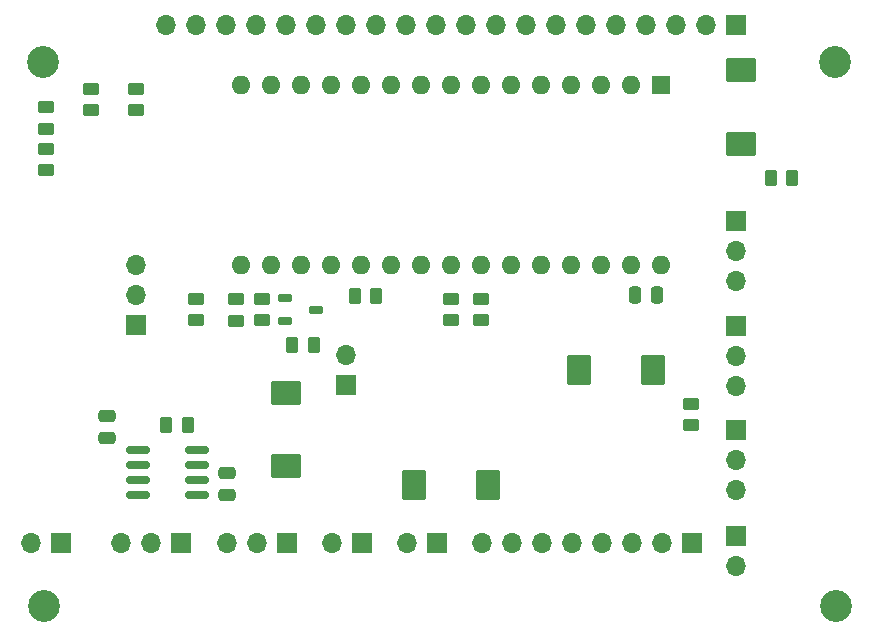
<source format=gbr>
%TF.GenerationSoftware,KiCad,Pcbnew,8.0.4*%
%TF.CreationDate,2025-01-29T09:39:19+01:00*%
%TF.ProjectId,DA_Sender,44415f53-656e-4646-9572-2e6b69636164,rev?*%
%TF.SameCoordinates,Original*%
%TF.FileFunction,Soldermask,Top*%
%TF.FilePolarity,Negative*%
%FSLAX46Y46*%
G04 Gerber Fmt 4.6, Leading zero omitted, Abs format (unit mm)*
G04 Created by KiCad (PCBNEW 8.0.4) date 2025-01-29 09:39:19*
%MOMM*%
%LPD*%
G01*
G04 APERTURE LIST*
G04 Aperture macros list*
%AMRoundRect*
0 Rectangle with rounded corners*
0 $1 Rounding radius*
0 $2 $3 $4 $5 $6 $7 $8 $9 X,Y pos of 4 corners*
0 Add a 4 corners polygon primitive as box body*
4,1,4,$2,$3,$4,$5,$6,$7,$8,$9,$2,$3,0*
0 Add four circle primitives for the rounded corners*
1,1,$1+$1,$2,$3*
1,1,$1+$1,$4,$5*
1,1,$1+$1,$6,$7*
1,1,$1+$1,$8,$9*
0 Add four rect primitives between the rounded corners*
20,1,$1+$1,$2,$3,$4,$5,0*
20,1,$1+$1,$4,$5,$6,$7,0*
20,1,$1+$1,$6,$7,$8,$9,0*
20,1,$1+$1,$8,$9,$2,$3,0*%
G04 Aperture macros list end*
%ADD10RoundRect,0.250000X0.450000X-0.262500X0.450000X0.262500X-0.450000X0.262500X-0.450000X-0.262500X0*%
%ADD11RoundRect,0.250000X0.475000X-0.250000X0.475000X0.250000X-0.475000X0.250000X-0.475000X-0.250000X0*%
%ADD12RoundRect,0.250000X0.787500X1.025000X-0.787500X1.025000X-0.787500X-1.025000X0.787500X-1.025000X0*%
%ADD13RoundRect,0.250000X-0.450000X0.262500X-0.450000X-0.262500X0.450000X-0.262500X0.450000X0.262500X0*%
%ADD14RoundRect,0.250000X-0.262500X-0.450000X0.262500X-0.450000X0.262500X0.450000X-0.262500X0.450000X0*%
%ADD15C,2.700000*%
%ADD16R,1.700000X1.700000*%
%ADD17O,1.700000X1.700000*%
%ADD18R,1.600000X1.600000*%
%ADD19O,1.600000X1.600000*%
%ADD20RoundRect,0.162500X-0.447500X-0.162500X0.447500X-0.162500X0.447500X0.162500X-0.447500X0.162500X0*%
%ADD21RoundRect,0.250000X-1.025000X0.787500X-1.025000X-0.787500X1.025000X-0.787500X1.025000X0.787500X0*%
%ADD22RoundRect,0.250000X0.262500X0.450000X-0.262500X0.450000X-0.262500X-0.450000X0.262500X-0.450000X0*%
%ADD23RoundRect,0.150000X0.825000X0.150000X-0.825000X0.150000X-0.825000X-0.150000X0.825000X-0.150000X0*%
%ADD24RoundRect,0.250000X0.250000X0.475000X-0.250000X0.475000X-0.250000X-0.475000X0.250000X-0.475000X0*%
G04 APERTURE END LIST*
D10*
%TO.C,R4*%
X123190000Y-78382500D03*
X123190000Y-76557500D03*
%TD*%
D11*
%TO.C,C3*%
X130946565Y-110976808D03*
X130946565Y-109076808D03*
%TD*%
D12*
%TO.C,C6*%
X152972500Y-110103448D03*
X146747500Y-110103448D03*
%TD*%
D13*
%TO.C,R11*%
X128270000Y-94343191D03*
X128270000Y-96168191D03*
%TD*%
D14*
%TO.C,R12*%
X141730897Y-94060870D03*
X143555897Y-94060870D03*
%TD*%
D15*
%TO.C,J7*%
X182460095Y-120324362D03*
%TD*%
D16*
%TO.C,SW3*%
X123190000Y-96520000D03*
D17*
X123190000Y-93980000D03*
X123190000Y-91440000D03*
%TD*%
D16*
%TO.C,J4*%
X116845000Y-115005000D03*
D17*
X114305000Y-115005000D03*
%TD*%
D15*
%TO.C,J9*%
X115375333Y-74260901D03*
%TD*%
D17*
%TO.C,J2*%
X139795136Y-115025684D03*
D16*
X142335136Y-115025684D03*
%TD*%
D18*
%TO.C,A1*%
X167640000Y-76200000D03*
D19*
X165100000Y-76200000D03*
X162560000Y-76200000D03*
X160020000Y-76200000D03*
X157480000Y-76200000D03*
X154940000Y-76200000D03*
X152400000Y-76200000D03*
X149860000Y-76200000D03*
X147320000Y-76200000D03*
X144780000Y-76200000D03*
X142240000Y-76200000D03*
X139700000Y-76200000D03*
X137160000Y-76200000D03*
X134620000Y-76200000D03*
X132080000Y-76200000D03*
X132080000Y-91440000D03*
X134620000Y-91440000D03*
X137160000Y-91440000D03*
X139700000Y-91440000D03*
X142240000Y-91440000D03*
X144780000Y-91440000D03*
X147320000Y-91440000D03*
X149860000Y-91440000D03*
X152400000Y-91440000D03*
X154940000Y-91440000D03*
X157480000Y-91440000D03*
X160020000Y-91440000D03*
X162560000Y-91440000D03*
X165100000Y-91440000D03*
X167640000Y-91440000D03*
%TD*%
D20*
%TO.C,Q1*%
X135850000Y-94300000D03*
X135850000Y-96200000D03*
X138470000Y-95250000D03*
%TD*%
D15*
%TO.C,J8*%
X182433056Y-74294522D03*
%TD*%
D13*
%TO.C,R3*%
X149860000Y-94337500D03*
X149860000Y-96162500D03*
%TD*%
D15*
%TO.C,J6*%
X115412964Y-120331118D03*
%TD*%
D13*
%TO.C,R2*%
X152400000Y-94337500D03*
X152400000Y-96162500D03*
%TD*%
D21*
%TO.C,C7*%
X174458202Y-74961452D03*
X174458202Y-81186452D03*
%TD*%
D22*
%TO.C,R13*%
X138282029Y-98283599D03*
X136457029Y-98283599D03*
%TD*%
D13*
%TO.C,R10*%
X131694050Y-94391482D03*
X131694050Y-96216482D03*
%TD*%
D16*
%TO.C,SW5*%
X148685136Y-115025684D03*
D17*
X146145136Y-115025684D03*
%TD*%
D10*
%TO.C,R9*%
X170180000Y-105052500D03*
X170180000Y-103227500D03*
%TD*%
D16*
%TO.C,SW1*%
X174050720Y-105425000D03*
D17*
X174050720Y-107965000D03*
X174050720Y-110505000D03*
%TD*%
D23*
%TO.C,U1*%
X128341565Y-110918464D03*
X128341565Y-109648464D03*
X128341565Y-108378464D03*
X128341565Y-107108464D03*
X123391565Y-107108464D03*
X123391565Y-108378464D03*
X123391565Y-109648464D03*
X123391565Y-110918464D03*
%TD*%
D13*
%TO.C,R14*%
X133884585Y-94309664D03*
X133884585Y-96134664D03*
%TD*%
D10*
%TO.C,R7*%
X115616656Y-79960430D03*
X115616656Y-78135430D03*
%TD*%
D11*
%TO.C,C1*%
X120721565Y-106153464D03*
X120721565Y-104253464D03*
%TD*%
D10*
%TO.C,R6*%
X115570000Y-83462500D03*
X115570000Y-81637500D03*
%TD*%
D14*
%TO.C,R8*%
X176961760Y-84068015D03*
X178786760Y-84068015D03*
%TD*%
D16*
%TO.C,RV2*%
X174015748Y-96624041D03*
D17*
X174015748Y-99164041D03*
X174015748Y-101704041D03*
%TD*%
D21*
%TO.C,C4*%
X135890000Y-102297500D03*
X135890000Y-108522500D03*
%TD*%
D24*
%TO.C,C5*%
X167320000Y-93980000D03*
X165420000Y-93980000D03*
%TD*%
D16*
%TO.C,J5*%
X140970000Y-101600000D03*
D17*
X140970000Y-99060000D03*
%TD*%
D16*
%TO.C,SW6*%
X173990000Y-114389041D03*
D17*
X173990000Y-116929041D03*
%TD*%
D16*
%TO.C,J3*%
X173990000Y-71120000D03*
D17*
X171450000Y-71120000D03*
X168910000Y-71120000D03*
X166370000Y-71120000D03*
X163830000Y-71120000D03*
X161290000Y-71120000D03*
X158750000Y-71120000D03*
X156210000Y-71120000D03*
X153670000Y-71120000D03*
X151130000Y-71120000D03*
X148590000Y-71120000D03*
X146050000Y-71120000D03*
X143510000Y-71120000D03*
X140970000Y-71120000D03*
X138430000Y-71120000D03*
X135890000Y-71120000D03*
X133350000Y-71120000D03*
X130810000Y-71120000D03*
X128270000Y-71120000D03*
X125730000Y-71120000D03*
%TD*%
D12*
%TO.C,C2*%
X166942500Y-100330000D03*
X160717500Y-100330000D03*
%TD*%
D22*
%TO.C,R1*%
X127576434Y-105037392D03*
X125751434Y-105037392D03*
%TD*%
D16*
%TO.C,SW4*%
X127000000Y-114981199D03*
D17*
X124460000Y-114981199D03*
X121920000Y-114981199D03*
%TD*%
D16*
%TO.C,SW2*%
X135980136Y-115005510D03*
D17*
X133440136Y-115005510D03*
X130900136Y-115005510D03*
%TD*%
D16*
%TO.C,RV1*%
X173990000Y-87719041D03*
D17*
X173990000Y-90259041D03*
X173990000Y-92799041D03*
%TD*%
D10*
%TO.C,R5*%
X119380000Y-78382500D03*
X119380000Y-76557500D03*
%TD*%
D16*
%TO.C,J1*%
X170270136Y-115025684D03*
D17*
X167730136Y-115025684D03*
X165190136Y-115025684D03*
X162650136Y-115025684D03*
X160110136Y-115025684D03*
X157570136Y-115025684D03*
X155030136Y-115025684D03*
X152490136Y-115025684D03*
%TD*%
M02*

</source>
